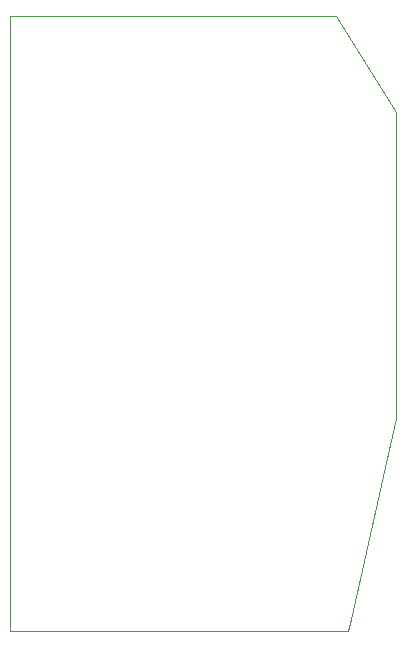
<source format=gm1>
G04 #@! TF.GenerationSoftware,KiCad,Pcbnew,(6.0.0)*
G04 #@! TF.CreationDate,2023-01-29T20:38:56-05:00*
G04 #@! TF.ProjectId,tms7000 54 pin adapter,746d7337-3030-4302-9035-342070696e20,rev?*
G04 #@! TF.SameCoordinates,Original*
G04 #@! TF.FileFunction,Profile,NP*
%FSLAX46Y46*%
G04 Gerber Fmt 4.6, Leading zero omitted, Abs format (unit mm)*
G04 Created by KiCad (PCBNEW (6.0.0)) date 2023-01-29 20:38:56*
%MOMM*%
%LPD*%
G01*
G04 APERTURE LIST*
G04 #@! TA.AperFunction,Profile*
%ADD10C,0.100000*%
G04 #@! TD*
G04 APERTURE END LIST*
D10*
X117221000Y-98552000D02*
X137160000Y-98552000D01*
X149860000Y-54610000D02*
X149860000Y-80518000D01*
X140716000Y-98552000D02*
X144780000Y-98552000D01*
X144780000Y-98552000D02*
X145542000Y-98552000D01*
X149860000Y-80518000D02*
X146050000Y-97536000D01*
X144780000Y-46482000D02*
X149860000Y-54610000D01*
X146050000Y-97536000D02*
X145796000Y-98552000D01*
X137160000Y-46482000D02*
X144272000Y-46482000D01*
X117221000Y-46482000D02*
X117221000Y-81407000D01*
X144272000Y-46482000D02*
X144780000Y-46482000D01*
X140716000Y-98552000D02*
X137160000Y-98552000D01*
X145542000Y-98552000D02*
X145796000Y-98552000D01*
X137160000Y-46482000D02*
X117221000Y-46482000D01*
X117221000Y-81407000D02*
X117221000Y-98552000D01*
M02*

</source>
